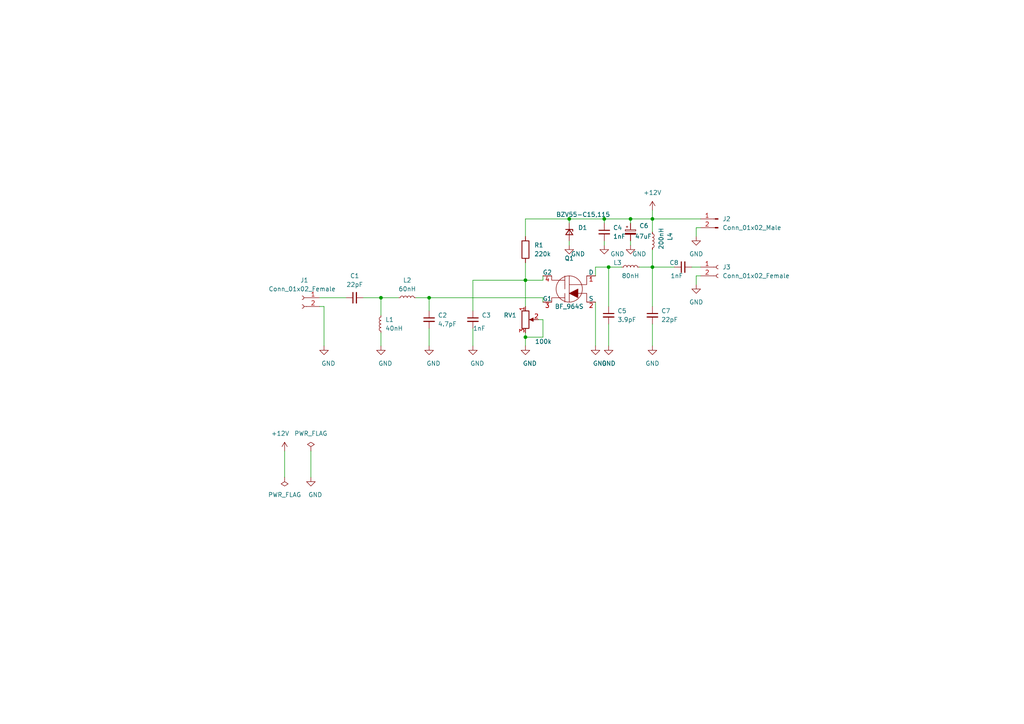
<source format=kicad_sch>
(kicad_sch (version 20211123) (generator eeschema)

  (uuid 5df1d574-4ca4-471a-801a-bb2b89833513)

  (paper "A4")

  (lib_symbols
    (symbol "Connector:Conn_01x02_Female" (pin_names (offset 1.016) hide) (in_bom yes) (on_board yes)
      (property "Reference" "J" (id 0) (at 0 2.54 0)
        (effects (font (size 1.27 1.27)))
      )
      (property "Value" "Conn_01x02_Female" (id 1) (at 0 -5.08 0)
        (effects (font (size 1.27 1.27)))
      )
      (property "Footprint" "" (id 2) (at 0 0 0)
        (effects (font (size 1.27 1.27)) hide)
      )
      (property "Datasheet" "~" (id 3) (at 0 0 0)
        (effects (font (size 1.27 1.27)) hide)
      )
      (property "ki_keywords" "connector" (id 4) (at 0 0 0)
        (effects (font (size 1.27 1.27)) hide)
      )
      (property "ki_description" "Generic connector, single row, 01x02, script generated (kicad-library-utils/schlib/autogen/connector/)" (id 5) (at 0 0 0)
        (effects (font (size 1.27 1.27)) hide)
      )
      (property "ki_fp_filters" "Connector*:*_1x??_*" (id 6) (at 0 0 0)
        (effects (font (size 1.27 1.27)) hide)
      )
      (symbol "Conn_01x02_Female_1_1"
        (arc (start 0 -2.032) (mid -0.508 -2.54) (end 0 -3.048)
          (stroke (width 0.1524) (type default) (color 0 0 0 0))
          (fill (type none))
        )
        (polyline
          (pts
            (xy -1.27 -2.54)
            (xy -0.508 -2.54)
          )
          (stroke (width 0.1524) (type default) (color 0 0 0 0))
          (fill (type none))
        )
        (polyline
          (pts
            (xy -1.27 0)
            (xy -0.508 0)
          )
          (stroke (width 0.1524) (type default) (color 0 0 0 0))
          (fill (type none))
        )
        (arc (start 0 0.508) (mid -0.508 0) (end 0 -0.508)
          (stroke (width 0.1524) (type default) (color 0 0 0 0))
          (fill (type none))
        )
        (pin passive line (at -5.08 0 0) (length 3.81)
          (name "Pin_1" (effects (font (size 1.27 1.27))))
          (number "1" (effects (font (size 1.27 1.27))))
        )
        (pin passive line (at -5.08 -2.54 0) (length 3.81)
          (name "Pin_2" (effects (font (size 1.27 1.27))))
          (number "2" (effects (font (size 1.27 1.27))))
        )
      )
    )
    (symbol "Connector:Conn_01x02_Male" (pin_names (offset 1.016) hide) (in_bom yes) (on_board yes)
      (property "Reference" "J" (id 0) (at 0 2.54 0)
        (effects (font (size 1.27 1.27)))
      )
      (property "Value" "Conn_01x02_Male" (id 1) (at 0 -5.08 0)
        (effects (font (size 1.27 1.27)))
      )
      (property "Footprint" "" (id 2) (at 0 0 0)
        (effects (font (size 1.27 1.27)) hide)
      )
      (property "Datasheet" "~" (id 3) (at 0 0 0)
        (effects (font (size 1.27 1.27)) hide)
      )
      (property "ki_keywords" "connector" (id 4) (at 0 0 0)
        (effects (font (size 1.27 1.27)) hide)
      )
      (property "ki_description" "Generic connector, single row, 01x02, script generated (kicad-library-utils/schlib/autogen/connector/)" (id 5) (at 0 0 0)
        (effects (font (size 1.27 1.27)) hide)
      )
      (property "ki_fp_filters" "Connector*:*_1x??_*" (id 6) (at 0 0 0)
        (effects (font (size 1.27 1.27)) hide)
      )
      (symbol "Conn_01x02_Male_1_1"
        (polyline
          (pts
            (xy 1.27 -2.54)
            (xy 0.8636 -2.54)
          )
          (stroke (width 0.1524) (type default) (color 0 0 0 0))
          (fill (type none))
        )
        (polyline
          (pts
            (xy 1.27 0)
            (xy 0.8636 0)
          )
          (stroke (width 0.1524) (type default) (color 0 0 0 0))
          (fill (type none))
        )
        (rectangle (start 0.8636 -2.413) (end 0 -2.667)
          (stroke (width 0.1524) (type default) (color 0 0 0 0))
          (fill (type outline))
        )
        (rectangle (start 0.8636 0.127) (end 0 -0.127)
          (stroke (width 0.1524) (type default) (color 0 0 0 0))
          (fill (type outline))
        )
        (pin passive line (at 5.08 0 180) (length 3.81)
          (name "Pin_1" (effects (font (size 1.27 1.27))))
          (number "1" (effects (font (size 1.27 1.27))))
        )
        (pin passive line (at 5.08 -2.54 180) (length 3.81)
          (name "Pin_2" (effects (font (size 1.27 1.27))))
          (number "2" (effects (font (size 1.27 1.27))))
        )
      )
    )
    (symbol "Device:C_Polarized_Small" (pin_numbers hide) (pin_names (offset 0.254) hide) (in_bom yes) (on_board yes)
      (property "Reference" "C" (id 0) (at 0.254 1.778 0)
        (effects (font (size 1.27 1.27)) (justify left))
      )
      (property "Value" "C_Polarized_Small" (id 1) (at 0.254 -2.032 0)
        (effects (font (size 1.27 1.27)) (justify left))
      )
      (property "Footprint" "" (id 2) (at 0 0 0)
        (effects (font (size 1.27 1.27)) hide)
      )
      (property "Datasheet" "~" (id 3) (at 0 0 0)
        (effects (font (size 1.27 1.27)) hide)
      )
      (property "ki_keywords" "cap capacitor" (id 4) (at 0 0 0)
        (effects (font (size 1.27 1.27)) hide)
      )
      (property "ki_description" "Polarized capacitor, small symbol" (id 5) (at 0 0 0)
        (effects (font (size 1.27 1.27)) hide)
      )
      (property "ki_fp_filters" "CP_*" (id 6) (at 0 0 0)
        (effects (font (size 1.27 1.27)) hide)
      )
      (symbol "C_Polarized_Small_0_1"
        (rectangle (start -1.524 -0.3048) (end 1.524 -0.6858)
          (stroke (width 0) (type default) (color 0 0 0 0))
          (fill (type outline))
        )
        (rectangle (start -1.524 0.6858) (end 1.524 0.3048)
          (stroke (width 0) (type default) (color 0 0 0 0))
          (fill (type none))
        )
        (polyline
          (pts
            (xy -1.27 1.524)
            (xy -0.762 1.524)
          )
          (stroke (width 0) (type default) (color 0 0 0 0))
          (fill (type none))
        )
        (polyline
          (pts
            (xy -1.016 1.27)
            (xy -1.016 1.778)
          )
          (stroke (width 0) (type default) (color 0 0 0 0))
          (fill (type none))
        )
      )
      (symbol "C_Polarized_Small_1_1"
        (pin passive line (at 0 2.54 270) (length 1.8542)
          (name "~" (effects (font (size 1.27 1.27))))
          (number "1" (effects (font (size 1.27 1.27))))
        )
        (pin passive line (at 0 -2.54 90) (length 1.8542)
          (name "~" (effects (font (size 1.27 1.27))))
          (number "2" (effects (font (size 1.27 1.27))))
        )
      )
    )
    (symbol "Device:C_Small" (pin_numbers hide) (pin_names (offset 0.254) hide) (in_bom yes) (on_board yes)
      (property "Reference" "C" (id 0) (at 0.254 1.778 0)
        (effects (font (size 1.27 1.27)) (justify left))
      )
      (property "Value" "C_Small" (id 1) (at 0.254 -2.032 0)
        (effects (font (size 1.27 1.27)) (justify left))
      )
      (property "Footprint" "" (id 2) (at 0 0 0)
        (effects (font (size 1.27 1.27)) hide)
      )
      (property "Datasheet" "~" (id 3) (at 0 0 0)
        (effects (font (size 1.27 1.27)) hide)
      )
      (property "ki_keywords" "capacitor cap" (id 4) (at 0 0 0)
        (effects (font (size 1.27 1.27)) hide)
      )
      (property "ki_description" "Unpolarized capacitor, small symbol" (id 5) (at 0 0 0)
        (effects (font (size 1.27 1.27)) hide)
      )
      (property "ki_fp_filters" "C_*" (id 6) (at 0 0 0)
        (effects (font (size 1.27 1.27)) hide)
      )
      (symbol "C_Small_0_1"
        (polyline
          (pts
            (xy -1.524 -0.508)
            (xy 1.524 -0.508)
          )
          (stroke (width 0.3302) (type default) (color 0 0 0 0))
          (fill (type none))
        )
        (polyline
          (pts
            (xy -1.524 0.508)
            (xy 1.524 0.508)
          )
          (stroke (width 0.3048) (type default) (color 0 0 0 0))
          (fill (type none))
        )
      )
      (symbol "C_Small_1_1"
        (pin passive line (at 0 2.54 270) (length 2.032)
          (name "~" (effects (font (size 1.27 1.27))))
          (number "1" (effects (font (size 1.27 1.27))))
        )
        (pin passive line (at 0 -2.54 90) (length 2.032)
          (name "~" (effects (font (size 1.27 1.27))))
          (number "2" (effects (font (size 1.27 1.27))))
        )
      )
    )
    (symbol "Device:D_Zener_Small" (pin_numbers hide) (pin_names (offset 0.254) hide) (in_bom yes) (on_board yes)
      (property "Reference" "D" (id 0) (at 0 2.286 0)
        (effects (font (size 1.27 1.27)))
      )
      (property "Value" "D_Zener_Small" (id 1) (at 0 -2.286 0)
        (effects (font (size 1.27 1.27)))
      )
      (property "Footprint" "" (id 2) (at 0 0 90)
        (effects (font (size 1.27 1.27)) hide)
      )
      (property "Datasheet" "~" (id 3) (at 0 0 90)
        (effects (font (size 1.27 1.27)) hide)
      )
      (property "ki_keywords" "diode" (id 4) (at 0 0 0)
        (effects (font (size 1.27 1.27)) hide)
      )
      (property "ki_description" "Zener diode, small symbol" (id 5) (at 0 0 0)
        (effects (font (size 1.27 1.27)) hide)
      )
      (property "ki_fp_filters" "TO-???* *_Diode_* *SingleDiode* D_*" (id 6) (at 0 0 0)
        (effects (font (size 1.27 1.27)) hide)
      )
      (symbol "D_Zener_Small_0_1"
        (polyline
          (pts
            (xy 0.762 0)
            (xy -0.762 0)
          )
          (stroke (width 0) (type default) (color 0 0 0 0))
          (fill (type none))
        )
        (polyline
          (pts
            (xy -0.254 1.016)
            (xy -0.762 1.016)
            (xy -0.762 -1.016)
          )
          (stroke (width 0.254) (type default) (color 0 0 0 0))
          (fill (type none))
        )
        (polyline
          (pts
            (xy 0.762 1.016)
            (xy -0.762 0)
            (xy 0.762 -1.016)
            (xy 0.762 1.016)
          )
          (stroke (width 0.254) (type default) (color 0 0 0 0))
          (fill (type none))
        )
      )
      (symbol "D_Zener_Small_1_1"
        (pin passive line (at -2.54 0 0) (length 1.778)
          (name "K" (effects (font (size 1.27 1.27))))
          (number "1" (effects (font (size 1.27 1.27))))
        )
        (pin passive line (at 2.54 0 180) (length 1.778)
          (name "A" (effects (font (size 1.27 1.27))))
          (number "2" (effects (font (size 1.27 1.27))))
        )
      )
    )
    (symbol "Device:L_Small" (pin_numbers hide) (pin_names (offset 0.254) hide) (in_bom yes) (on_board yes)
      (property "Reference" "L" (id 0) (at 0.762 1.016 0)
        (effects (font (size 1.27 1.27)) (justify left))
      )
      (property "Value" "L_Small" (id 1) (at 0.762 -1.016 0)
        (effects (font (size 1.27 1.27)) (justify left))
      )
      (property "Footprint" "" (id 2) (at 0 0 0)
        (effects (font (size 1.27 1.27)) hide)
      )
      (property "Datasheet" "~" (id 3) (at 0 0 0)
        (effects (font (size 1.27 1.27)) hide)
      )
      (property "ki_keywords" "inductor choke coil reactor magnetic" (id 4) (at 0 0 0)
        (effects (font (size 1.27 1.27)) hide)
      )
      (property "ki_description" "Inductor, small symbol" (id 5) (at 0 0 0)
        (effects (font (size 1.27 1.27)) hide)
      )
      (property "ki_fp_filters" "Choke_* *Coil* Inductor_* L_*" (id 6) (at 0 0 0)
        (effects (font (size 1.27 1.27)) hide)
      )
      (symbol "L_Small_0_1"
        (arc (start 0 -2.032) (mid 0.508 -1.524) (end 0 -1.016)
          (stroke (width 0) (type default) (color 0 0 0 0))
          (fill (type none))
        )
        (arc (start 0 -1.016) (mid 0.508 -0.508) (end 0 0)
          (stroke (width 0) (type default) (color 0 0 0 0))
          (fill (type none))
        )
        (arc (start 0 0) (mid 0.508 0.508) (end 0 1.016)
          (stroke (width 0) (type default) (color 0 0 0 0))
          (fill (type none))
        )
        (arc (start 0 1.016) (mid 0.508 1.524) (end 0 2.032)
          (stroke (width 0) (type default) (color 0 0 0 0))
          (fill (type none))
        )
      )
      (symbol "L_Small_1_1"
        (pin passive line (at 0 2.54 270) (length 0.508)
          (name "~" (effects (font (size 1.27 1.27))))
          (number "1" (effects (font (size 1.27 1.27))))
        )
        (pin passive line (at 0 -2.54 90) (length 0.508)
          (name "~" (effects (font (size 1.27 1.27))))
          (number "2" (effects (font (size 1.27 1.27))))
        )
      )
    )
    (symbol "Device:R" (pin_numbers hide) (pin_names (offset 0)) (in_bom yes) (on_board yes)
      (property "Reference" "R" (id 0) (at 2.032 0 90)
        (effects (font (size 1.27 1.27)))
      )
      (property "Value" "R" (id 1) (at 0 0 90)
        (effects (font (size 1.27 1.27)))
      )
      (property "Footprint" "" (id 2) (at -1.778 0 90)
        (effects (font (size 1.27 1.27)) hide)
      )
      (property "Datasheet" "~" (id 3) (at 0 0 0)
        (effects (font (size 1.27 1.27)) hide)
      )
      (property "ki_keywords" "R res resistor" (id 4) (at 0 0 0)
        (effects (font (size 1.27 1.27)) hide)
      )
      (property "ki_description" "Resistor" (id 5) (at 0 0 0)
        (effects (font (size 1.27 1.27)) hide)
      )
      (property "ki_fp_filters" "R_*" (id 6) (at 0 0 0)
        (effects (font (size 1.27 1.27)) hide)
      )
      (symbol "R_0_1"
        (rectangle (start -1.016 -2.54) (end 1.016 2.54)
          (stroke (width 0.254) (type default) (color 0 0 0 0))
          (fill (type none))
        )
      )
      (symbol "R_1_1"
        (pin passive line (at 0 3.81 270) (length 1.27)
          (name "~" (effects (font (size 1.27 1.27))))
          (number "1" (effects (font (size 1.27 1.27))))
        )
        (pin passive line (at 0 -3.81 90) (length 1.27)
          (name "~" (effects (font (size 1.27 1.27))))
          (number "2" (effects (font (size 1.27 1.27))))
        )
      )
    )
    (symbol "Device:R_Potentiometer" (pin_names (offset 1.016) hide) (in_bom yes) (on_board yes)
      (property "Reference" "RV" (id 0) (at -4.445 0 90)
        (effects (font (size 1.27 1.27)))
      )
      (property "Value" "R_Potentiometer" (id 1) (at -2.54 0 90)
        (effects (font (size 1.27 1.27)))
      )
      (property "Footprint" "" (id 2) (at 0 0 0)
        (effects (font (size 1.27 1.27)) hide)
      )
      (property "Datasheet" "~" (id 3) (at 0 0 0)
        (effects (font (size 1.27 1.27)) hide)
      )
      (property "ki_keywords" "resistor variable" (id 4) (at 0 0 0)
        (effects (font (size 1.27 1.27)) hide)
      )
      (property "ki_description" "Potentiometer" (id 5) (at 0 0 0)
        (effects (font (size 1.27 1.27)) hide)
      )
      (property "ki_fp_filters" "Potentiometer*" (id 6) (at 0 0 0)
        (effects (font (size 1.27 1.27)) hide)
      )
      (symbol "R_Potentiometer_0_1"
        (polyline
          (pts
            (xy 2.54 0)
            (xy 1.524 0)
          )
          (stroke (width 0) (type default) (color 0 0 0 0))
          (fill (type none))
        )
        (polyline
          (pts
            (xy 1.143 0)
            (xy 2.286 0.508)
            (xy 2.286 -0.508)
            (xy 1.143 0)
          )
          (stroke (width 0) (type default) (color 0 0 0 0))
          (fill (type outline))
        )
        (rectangle (start 1.016 2.54) (end -1.016 -2.54)
          (stroke (width 0.254) (type default) (color 0 0 0 0))
          (fill (type none))
        )
      )
      (symbol "R_Potentiometer_1_1"
        (pin passive line (at 0 3.81 270) (length 1.27)
          (name "1" (effects (font (size 1.27 1.27))))
          (number "1" (effects (font (size 1.27 1.27))))
        )
        (pin passive line (at 3.81 0 180) (length 1.27)
          (name "2" (effects (font (size 1.27 1.27))))
          (number "2" (effects (font (size 1.27 1.27))))
        )
        (pin passive line (at 0 -3.81 90) (length 1.27)
          (name "3" (effects (font (size 1.27 1.27))))
          (number "3" (effects (font (size 1.27 1.27))))
        )
      )
    )
    (symbol "Tranzystory w.cz.:BF_964S" (pin_names (offset 0)) (in_bom yes) (on_board yes)
      (property "Reference" "Q" (id 0) (at 6.35 -8.89 0)
        (effects (font (size 1.27 1.27)))
      )
      (property "Value" "BF_964S" (id 1) (at 0 10.16 0)
        (effects (font (size 1.27 1.27)))
      )
      (property "Footprint" "" (id 2) (at 0 0 0)
        (effects (font (size 1.27 1.27)))
      )
      (property "Datasheet" "" (id 3) (at 0 0 0)
        (effects (font (size 1.27 1.27)) hide)
      )
      (symbol "BF_964S_0_1"
        (polyline
          (pts
            (xy -1.27 -1.27)
            (xy -1.27 -3.81)
          )
          (stroke (width 0) (type default) (color 0 0 0 0))
          (fill (type none))
        )
        (polyline
          (pts
            (xy -1.27 0)
            (xy -1.27 1.27)
          )
          (stroke (width 0) (type default) (color 0 0 0 0))
          (fill (type none))
        )
        (polyline
          (pts
            (xy -1.27 3.81)
            (xy -1.27 1.27)
          )
          (stroke (width 0) (type default) (color 0 0 0 0))
          (fill (type none))
        )
        (polyline
          (pts
            (xy 0 3.81)
            (xy 0 -3.81)
          )
          (stroke (width 0) (type default) (color 0 0 0 0))
          (fill (type none))
        )
        (polyline
          (pts
            (xy -5.08 -3.81)
            (xy -5.08 -2.54)
            (xy -1.27 -2.54)
          )
          (stroke (width 0) (type default) (color 0 0 0 0))
          (fill (type none))
        )
        (polyline
          (pts
            (xy -5.08 3.81)
            (xy -5.08 2.54)
            (xy -1.27 2.54)
          )
          (stroke (width 0) (type default) (color 0 0 0 0))
          (fill (type none))
        )
        (polyline
          (pts
            (xy 0 -1.27)
            (xy 2.54 0)
            (xy 2.54 -2.54)
            (xy 0 -1.27)
          )
          (stroke (width 0) (type default) (color 0 0 0 0))
          (fill (type outline))
        )
        (polyline
          (pts
            (xy 0 1.27)
            (xy 5.08 1.27)
            (xy 5.08 3.81)
            (xy 5.08 3.81)
          )
          (stroke (width 0) (type default) (color 0 0 0 0))
          (fill (type none))
        )
        (polyline
          (pts
            (xy 2.54 -1.27)
            (xy 5.08 -1.27)
            (xy 5.08 -3.81)
            (xy 5.08 -3.81)
          )
          (stroke (width 0) (type default) (color 0 0 0 0))
          (fill (type none))
        )
        (circle (center 0 0) (radius 3.81)
          (stroke (width 0) (type default) (color 0 0 0 0))
          (fill (type none))
        )
      )
      (symbol "BF_964S_1_1"
        (pin input line (at 7.62 3.81 180) (length 2.54)
          (name "D" (effects (font (size 1.27 1.27))))
          (number "1" (effects (font (size 1.27 1.27))))
        )
        (pin input line (at 7.62 -3.81 180) (length 2.54)
          (name "S" (effects (font (size 1.27 1.27))))
          (number "2" (effects (font (size 1.27 1.27))))
        )
        (pin input line (at -7.62 -3.81 0) (length 2.54)
          (name "G1" (effects (font (size 1.27 1.27))))
          (number "3" (effects (font (size 1.27 1.27))))
        )
        (pin input line (at -7.62 3.81 0) (length 2.54)
          (name "G2" (effects (font (size 1.27 1.27))))
          (number "4" (effects (font (size 1.27 1.27))))
        )
      )
    )
    (symbol "power:+12V" (power) (pin_names (offset 0)) (in_bom yes) (on_board yes)
      (property "Reference" "#PWR" (id 0) (at 0 -3.81 0)
        (effects (font (size 1.27 1.27)) hide)
      )
      (property "Value" "+12V" (id 1) (at 0 3.556 0)
        (effects (font (size 1.27 1.27)))
      )
      (property "Footprint" "" (id 2) (at 0 0 0)
        (effects (font (size 1.27 1.27)) hide)
      )
      (property "Datasheet" "" (id 3) (at 0 0 0)
        (effects (font (size 1.27 1.27)) hide)
      )
      (property "ki_keywords" "power-flag" (id 4) (at 0 0 0)
        (effects (font (size 1.27 1.27)) hide)
      )
      (property "ki_description" "Power symbol creates a global label with name \"+12V\"" (id 5) (at 0 0 0)
        (effects (font (size 1.27 1.27)) hide)
      )
      (symbol "+12V_0_1"
        (polyline
          (pts
            (xy -0.762 1.27)
            (xy 0 2.54)
          )
          (stroke (width 0) (type default) (color 0 0 0 0))
          (fill (type none))
        )
        (polyline
          (pts
            (xy 0 0)
            (xy 0 2.54)
          )
          (stroke (width 0) (type default) (color 0 0 0 0))
          (fill (type none))
        )
        (polyline
          (pts
            (xy 0 2.54)
            (xy 0.762 1.27)
          )
          (stroke (width 0) (type default) (color 0 0 0 0))
          (fill (type none))
        )
      )
      (symbol "+12V_1_1"
        (pin power_in line (at 0 0 90) (length 0) hide
          (name "+12V" (effects (font (size 1.27 1.27))))
          (number "1" (effects (font (size 1.27 1.27))))
        )
      )
    )
    (symbol "power:GND" (power) (pin_names (offset 0)) (in_bom yes) (on_board yes)
      (property "Reference" "#PWR" (id 0) (at 0 -6.35 0)
        (effects (font (size 1.27 1.27)) hide)
      )
      (property "Value" "GND" (id 1) (at 0 -3.81 0)
        (effects (font (size 1.27 1.27)))
      )
      (property "Footprint" "" (id 2) (at 0 0 0)
        (effects (font (size 1.27 1.27)) hide)
      )
      (property "Datasheet" "" (id 3) (at 0 0 0)
        (effects (font (size 1.27 1.27)) hide)
      )
      (property "ki_keywords" "power-flag" (id 4) (at 0 0 0)
        (effects (font (size 1.27 1.27)) hide)
      )
      (property "ki_description" "Power symbol creates a global label with name \"GND\" , ground" (id 5) (at 0 0 0)
        (effects (font (size 1.27 1.27)) hide)
      )
      (symbol "GND_0_1"
        (polyline
          (pts
            (xy 0 0)
            (xy 0 -1.27)
            (xy 1.27 -1.27)
            (xy 0 -2.54)
            (xy -1.27 -1.27)
            (xy 0 -1.27)
          )
          (stroke (width 0) (type default) (color 0 0 0 0))
          (fill (type none))
        )
      )
      (symbol "GND_1_1"
        (pin power_in line (at 0 0 270) (length 0) hide
          (name "GND" (effects (font (size 1.27 1.27))))
          (number "1" (effects (font (size 1.27 1.27))))
        )
      )
    )
    (symbol "power:PWR_FLAG" (power) (pin_numbers hide) (pin_names (offset 0) hide) (in_bom yes) (on_board yes)
      (property "Reference" "#FLG" (id 0) (at 0 1.905 0)
        (effects (font (size 1.27 1.27)) hide)
      )
      (property "Value" "PWR_FLAG" (id 1) (at 0 3.81 0)
        (effects (font (size 1.27 1.27)))
      )
      (property "Footprint" "" (id 2) (at 0 0 0)
        (effects (font (size 1.27 1.27)) hide)
      )
      (property "Datasheet" "~" (id 3) (at 0 0 0)
        (effects (font (size 1.27 1.27)) hide)
      )
      (property "ki_keywords" "power-flag" (id 4) (at 0 0 0)
        (effects (font (size 1.27 1.27)) hide)
      )
      (property "ki_description" "Special symbol for telling ERC where power comes from" (id 5) (at 0 0 0)
        (effects (font (size 1.27 1.27)) hide)
      )
      (symbol "PWR_FLAG_0_0"
        (pin power_out line (at 0 0 90) (length 0)
          (name "pwr" (effects (font (size 1.27 1.27))))
          (number "1" (effects (font (size 1.27 1.27))))
        )
      )
      (symbol "PWR_FLAG_0_1"
        (polyline
          (pts
            (xy 0 0)
            (xy 0 1.27)
            (xy -1.016 1.905)
            (xy 0 2.54)
            (xy 1.016 1.905)
            (xy 0 1.27)
          )
          (stroke (width 0) (type default) (color 0 0 0 0))
          (fill (type none))
        )
      )
    )
  )

  (junction (at 152.4 97.79) (diameter 0) (color 0 0 0 0)
    (uuid 086cae51-9891-41f4-b716-2063551784ef)
  )
  (junction (at 189.23 77.47) (diameter 0) (color 0 0 0 0)
    (uuid 2efb3996-67b6-47f4-868c-904d2b56b7f8)
  )
  (junction (at 152.4 81.28) (diameter 0) (color 0 0 0 0)
    (uuid 7807b0c6-5091-4f3d-9363-0b79274786b0)
  )
  (junction (at 182.88 63.5) (diameter 0) (color 0 0 0 0)
    (uuid 790a19b0-516d-4651-b0b4-2f431397247f)
  )
  (junction (at 110.49 86.36) (diameter 0) (color 0 0 0 0)
    (uuid 7ed6c747-b2e1-4fcd-a83a-251e00b9c400)
  )
  (junction (at 175.26 63.5) (diameter 0) (color 0 0 0 0)
    (uuid b19b6cb2-1dcd-4bd7-9b24-4b717ad5e944)
  )
  (junction (at 176.53 77.47) (diameter 0) (color 0 0 0 0)
    (uuid bba25826-8d9e-4f6c-b1fb-0f7ae7eeadc6)
  )
  (junction (at 124.46 86.36) (diameter 0) (color 0 0 0 0)
    (uuid d4a466e6-8a1e-4638-ab95-eadf0a391ad3)
  )
  (junction (at 189.23 63.5) (diameter 0) (color 0 0 0 0)
    (uuid d4e95aa0-57e4-47b6-a6b2-4749d2491cdb)
  )
  (junction (at 165.1 63.5) (diameter 0) (color 0 0 0 0)
    (uuid f49665ae-fbc7-4b7f-a9b5-8cfef2850911)
  )

  (wire (pts (xy 156.21 92.71) (xy 157.48 92.71))
    (stroke (width 0) (type default) (color 0 0 0 0))
    (uuid 003ad17d-831b-4d0b-96cd-c4dc99e2314f)
  )
  (wire (pts (xy 176.53 88.9) (xy 176.53 77.47))
    (stroke (width 0) (type default) (color 0 0 0 0))
    (uuid 05a14597-8155-4f2f-a215-de004c39f54d)
  )
  (wire (pts (xy 176.53 93.98) (xy 176.53 100.33))
    (stroke (width 0) (type default) (color 0 0 0 0))
    (uuid 05fa7b1a-8ed3-4b32-82c0-6b7ad7df3417)
  )
  (wire (pts (xy 152.4 76.2) (xy 152.4 81.28))
    (stroke (width 0) (type default) (color 0 0 0 0))
    (uuid 0c0726bc-34f3-42e8-9a5f-0ffe16108e71)
  )
  (wire (pts (xy 201.93 66.04) (xy 203.2 66.04))
    (stroke (width 0) (type default) (color 0 0 0 0))
    (uuid 12a61f3b-c9a1-475a-b95a-228fd98d7166)
  )
  (wire (pts (xy 172.72 80.01) (xy 172.72 77.47))
    (stroke (width 0) (type default) (color 0 0 0 0))
    (uuid 19107b4a-1c81-4fda-b4cc-7e8943332771)
  )
  (wire (pts (xy 182.88 69.85) (xy 182.88 71.12))
    (stroke (width 0) (type default) (color 0 0 0 0))
    (uuid 19a5a40d-c31a-4b14-b306-06b0a763bddb)
  )
  (wire (pts (xy 90.17 130.81) (xy 90.17 138.43))
    (stroke (width 0) (type default) (color 0 0 0 0))
    (uuid 1af2914c-4be8-475a-8589-caf6b4c3e0ae)
  )
  (wire (pts (xy 137.16 95.25) (xy 137.16 100.33))
    (stroke (width 0) (type default) (color 0 0 0 0))
    (uuid 1cd3d1b4-e18e-4851-9980-bde55fb0c52d)
  )
  (wire (pts (xy 201.93 80.01) (xy 203.2 80.01))
    (stroke (width 0) (type default) (color 0 0 0 0))
    (uuid 21f7e9f1-0a4c-49be-a4ca-8c8253ab27e6)
  )
  (wire (pts (xy 189.23 77.47) (xy 189.23 88.9))
    (stroke (width 0) (type default) (color 0 0 0 0))
    (uuid 23b8c23a-2853-40c3-a53a-30fd914fa018)
  )
  (wire (pts (xy 124.46 95.25) (xy 124.46 100.33))
    (stroke (width 0) (type default) (color 0 0 0 0))
    (uuid 2a884ec1-8b99-4278-96d4-ba229cbf2441)
  )
  (wire (pts (xy 172.72 77.47) (xy 176.53 77.47))
    (stroke (width 0) (type default) (color 0 0 0 0))
    (uuid 2d592c00-d121-489e-9358-4a0b158703f4)
  )
  (wire (pts (xy 175.26 69.85) (xy 175.26 71.12))
    (stroke (width 0) (type default) (color 0 0 0 0))
    (uuid 306ab86b-fe51-4cc4-b4d0-913617d0e9a1)
  )
  (wire (pts (xy 189.23 77.47) (xy 185.42 77.47))
    (stroke (width 0) (type default) (color 0 0 0 0))
    (uuid 354cdb34-ab34-41da-ae5f-9e0e75256366)
  )
  (wire (pts (xy 157.48 80.01) (xy 157.48 81.28))
    (stroke (width 0) (type default) (color 0 0 0 0))
    (uuid 35769d6c-e651-4a5a-b4ff-0d70c06d9803)
  )
  (wire (pts (xy 137.16 90.17) (xy 137.16 81.28))
    (stroke (width 0) (type default) (color 0 0 0 0))
    (uuid 39f4a93e-a66f-49d9-9489-04177f4bdb50)
  )
  (wire (pts (xy 189.23 72.39) (xy 189.23 77.47))
    (stroke (width 0) (type default) (color 0 0 0 0))
    (uuid 3cbf0079-fd32-4253-a192-734de2b6823b)
  )
  (wire (pts (xy 189.23 63.5) (xy 203.2 63.5))
    (stroke (width 0) (type default) (color 0 0 0 0))
    (uuid 5830b252-f9bf-4c02-87b8-7eda50f7a6a1)
  )
  (wire (pts (xy 120.65 86.36) (xy 124.46 86.36))
    (stroke (width 0) (type default) (color 0 0 0 0))
    (uuid 5d7ba739-ec09-4eb2-88de-f93b63931246)
  )
  (wire (pts (xy 189.23 93.98) (xy 189.23 100.33))
    (stroke (width 0) (type default) (color 0 0 0 0))
    (uuid 5eb1f7ee-9a6a-4ec6-9280-6b1b89d7fdfb)
  )
  (wire (pts (xy 152.4 97.79) (xy 157.48 97.79))
    (stroke (width 0) (type default) (color 0 0 0 0))
    (uuid 79d5e4ae-1bbc-4f06-959e-391f5b194e0e)
  )
  (wire (pts (xy 189.23 67.31) (xy 189.23 63.5))
    (stroke (width 0) (type default) (color 0 0 0 0))
    (uuid 79e03ae3-04c1-4136-9d11-edbf8450c5e6)
  )
  (wire (pts (xy 82.55 130.81) (xy 82.55 138.43))
    (stroke (width 0) (type default) (color 0 0 0 0))
    (uuid 7c8e1fcd-d984-4f9d-ab1e-50f0418861b3)
  )
  (wire (pts (xy 110.49 86.36) (xy 115.57 86.36))
    (stroke (width 0) (type default) (color 0 0 0 0))
    (uuid 7cea92c9-9703-4eba-a1eb-fed08832ec20)
  )
  (wire (pts (xy 189.23 60.96) (xy 189.23 63.5))
    (stroke (width 0) (type default) (color 0 0 0 0))
    (uuid 8610c623-6e26-45d0-8346-2d01e6f540e2)
  )
  (wire (pts (xy 189.23 63.5) (xy 182.88 63.5))
    (stroke (width 0) (type default) (color 0 0 0 0))
    (uuid 86337d21-21ff-41d9-b410-84c294e6d4c7)
  )
  (wire (pts (xy 152.4 81.28) (xy 157.48 81.28))
    (stroke (width 0) (type default) (color 0 0 0 0))
    (uuid 89ef1cf6-a73d-4c50-90d3-6c27b7f0cb41)
  )
  (wire (pts (xy 152.4 81.28) (xy 152.4 88.9))
    (stroke (width 0) (type default) (color 0 0 0 0))
    (uuid 91aeb66b-3414-4567-889a-6c6508c65350)
  )
  (wire (pts (xy 201.93 82.55) (xy 201.93 80.01))
    (stroke (width 0) (type default) (color 0 0 0 0))
    (uuid 99a27256-a88a-4355-b453-612ad2615aaf)
  )
  (wire (pts (xy 200.66 77.47) (xy 203.2 77.47))
    (stroke (width 0) (type default) (color 0 0 0 0))
    (uuid 9a8828a5-2e2e-4063-b51c-f89d08e28152)
  )
  (wire (pts (xy 152.4 96.52) (xy 152.4 97.79))
    (stroke (width 0) (type default) (color 0 0 0 0))
    (uuid a15870b4-20f7-4f81-83ab-93da37c2d447)
  )
  (wire (pts (xy 201.93 68.58) (xy 201.93 66.04))
    (stroke (width 0) (type default) (color 0 0 0 0))
    (uuid a294cc83-b7a3-4d8e-8390-ecf01eed960d)
  )
  (wire (pts (xy 157.48 92.71) (xy 157.48 97.79))
    (stroke (width 0) (type default) (color 0 0 0 0))
    (uuid a4523af0-9cc4-4355-96d1-c401269d0754)
  )
  (wire (pts (xy 152.4 68.58) (xy 152.4 63.5))
    (stroke (width 0) (type default) (color 0 0 0 0))
    (uuid ace3622e-e556-4ebd-912d-6a59de5f178d)
  )
  (wire (pts (xy 124.46 86.36) (xy 157.48 86.36))
    (stroke (width 0) (type default) (color 0 0 0 0))
    (uuid af06ce4b-2df5-4288-9410-daa02c29db28)
  )
  (wire (pts (xy 172.72 87.63) (xy 172.72 100.33))
    (stroke (width 0) (type default) (color 0 0 0 0))
    (uuid b2359c18-9a84-49b9-8ab5-8f50e606ce31)
  )
  (wire (pts (xy 137.16 81.28) (xy 152.4 81.28))
    (stroke (width 0) (type default) (color 0 0 0 0))
    (uuid b4b3542d-81a0-443a-a057-e92e83e673be)
  )
  (wire (pts (xy 157.48 87.63) (xy 157.48 86.36))
    (stroke (width 0) (type default) (color 0 0 0 0))
    (uuid b4d10a6b-bc4b-444e-991b-58608af819e1)
  )
  (wire (pts (xy 152.4 63.5) (xy 165.1 63.5))
    (stroke (width 0) (type default) (color 0 0 0 0))
    (uuid b59d78d7-e90a-4bfd-aace-2e1a67ae3f8a)
  )
  (wire (pts (xy 182.88 63.5) (xy 182.88 64.77))
    (stroke (width 0) (type default) (color 0 0 0 0))
    (uuid baa88fca-098c-4fc0-9b12-9583d4b93589)
  )
  (wire (pts (xy 165.1 63.5) (xy 175.26 63.5))
    (stroke (width 0) (type default) (color 0 0 0 0))
    (uuid bb7e1885-8c5b-40e4-a514-27aa758ecfd2)
  )
  (wire (pts (xy 189.23 77.47) (xy 195.58 77.47))
    (stroke (width 0) (type default) (color 0 0 0 0))
    (uuid bbe51e1f-e697-4c04-8bf9-02c0c3c6731e)
  )
  (wire (pts (xy 182.88 63.5) (xy 175.26 63.5))
    (stroke (width 0) (type default) (color 0 0 0 0))
    (uuid be3c23a4-c711-4e7e-b832-1f8432ee1a89)
  )
  (wire (pts (xy 92.71 88.9) (xy 93.98 88.9))
    (stroke (width 0) (type default) (color 0 0 0 0))
    (uuid c9fd13d8-34fc-4eff-b8ce-cde6d5a9c87a)
  )
  (wire (pts (xy 110.49 96.52) (xy 110.49 100.33))
    (stroke (width 0) (type default) (color 0 0 0 0))
    (uuid db199a83-944d-41ec-bbed-2b8082a8e54e)
  )
  (wire (pts (xy 152.4 97.79) (xy 152.4 100.33))
    (stroke (width 0) (type default) (color 0 0 0 0))
    (uuid e09afd86-2143-4e84-8ea7-5c1a72bd1bca)
  )
  (wire (pts (xy 175.26 63.5) (xy 175.26 64.77))
    (stroke (width 0) (type default) (color 0 0 0 0))
    (uuid e9f190b0-025c-4d65-aa92-d0adf3a7e80c)
  )
  (wire (pts (xy 105.41 86.36) (xy 110.49 86.36))
    (stroke (width 0) (type default) (color 0 0 0 0))
    (uuid f1bf31f1-be51-4bf7-bd62-4c1691fb964a)
  )
  (wire (pts (xy 165.1 63.5) (xy 165.1 64.77))
    (stroke (width 0) (type default) (color 0 0 0 0))
    (uuid f7d1aafb-cad3-45ec-8cfb-85ffdf9aba98)
  )
  (wire (pts (xy 124.46 86.36) (xy 124.46 90.17))
    (stroke (width 0) (type default) (color 0 0 0 0))
    (uuid f8b0dcee-6bce-4fc3-b08f-85a62ef6ed48)
  )
  (wire (pts (xy 165.1 69.85) (xy 165.1 71.12))
    (stroke (width 0) (type default) (color 0 0 0 0))
    (uuid f90a51ff-416f-4eac-82ed-38c599a6ae3f)
  )
  (wire (pts (xy 93.98 88.9) (xy 93.98 100.33))
    (stroke (width 0) (type default) (color 0 0 0 0))
    (uuid f9bb99c7-ccda-4b6c-a116-fa3715af7191)
  )
  (wire (pts (xy 110.49 86.36) (xy 110.49 91.44))
    (stroke (width 0) (type default) (color 0 0 0 0))
    (uuid faad28a2-09fa-4ce9-a367-71b6860b94ed)
  )
  (wire (pts (xy 92.71 86.36) (xy 100.33 86.36))
    (stroke (width 0) (type default) (color 0 0 0 0))
    (uuid fd23d600-64d7-41d7-a114-849a5c445d5c)
  )
  (wire (pts (xy 176.53 77.47) (xy 180.34 77.47))
    (stroke (width 0) (type default) (color 0 0 0 0))
    (uuid ff4bc895-62b8-4a28-a60d-2b935f5d17d0)
  )

  (symbol (lib_id "power:GND") (at 182.88 71.12 0) (unit 1)
    (in_bom yes) (on_board yes)
    (uuid 033cb8a0-f785-4a7a-9124-745e0c035c18)
    (property "Reference" "#PWR012" (id 0) (at 182.88 77.47 0)
      (effects (font (size 1.27 1.27)) hide)
    )
    (property "Value" "GND" (id 1) (at 185.42 73.66 0))
    (property "Footprint" "" (id 2) (at 182.88 71.12 0)
      (effects (font (size 1.27 1.27)) hide)
    )
    (property "Datasheet" "" (id 3) (at 182.88 71.12 0)
      (effects (font (size 1.27 1.27)) hide)
    )
    (pin "1" (uuid 89dba8ed-6d52-4248-8ebf-04e6c6c88d41))
  )

  (symbol (lib_id "Device:C_Small") (at 198.12 77.47 90) (unit 1)
    (in_bom yes) (on_board yes)
    (uuid 06246b13-4cc5-4813-9e84-3092eaa4c6ff)
    (property "Reference" "C8" (id 0) (at 196.85 76.2 90)
      (effects (font (size 1.27 1.27)) (justify left))
    )
    (property "Value" "1nF" (id 1) (at 198.12 80.01 90)
      (effects (font (size 1.27 1.27)) (justify left))
    )
    (property "Footprint" "Capacitor_SMD:C_0805_2012Metric" (id 2) (at 198.12 77.47 0)
      (effects (font (size 1.27 1.27)) hide)
    )
    (property "Datasheet" "~" (id 3) (at 198.12 77.47 0)
      (effects (font (size 1.27 1.27)) hide)
    )
    (pin "1" (uuid aba21c1b-7164-4ac1-b852-2ab77931dfce))
    (pin "2" (uuid 8c334f51-6a0b-406c-9f2c-47b0eaeba7c1))
  )

  (symbol (lib_id "power:PWR_FLAG") (at 82.55 138.43 180) (unit 1)
    (in_bom yes) (on_board yes) (fields_autoplaced)
    (uuid 0a51dd9b-3906-4808-a2b6-49c2b3782c9a)
    (property "Reference" "#FLG01" (id 0) (at 82.55 140.335 0)
      (effects (font (size 1.27 1.27)) hide)
    )
    (property "Value" "PWR_FLAG" (id 1) (at 82.55 143.51 0))
    (property "Footprint" "" (id 2) (at 82.55 138.43 0)
      (effects (font (size 1.27 1.27)) hide)
    )
    (property "Datasheet" "~" (id 3) (at 82.55 138.43 0)
      (effects (font (size 1.27 1.27)) hide)
    )
    (pin "1" (uuid 76a70ff5-b708-4b9c-ba2f-bb11f1823490))
  )

  (symbol (lib_id "Device:C_Small") (at 189.23 91.44 0) (unit 1)
    (in_bom yes) (on_board yes) (fields_autoplaced)
    (uuid 0b95d5f8-be59-4aa4-9e3b-2ddb0751a97c)
    (property "Reference" "C7" (id 0) (at 191.77 90.1762 0)
      (effects (font (size 1.27 1.27)) (justify left))
    )
    (property "Value" "22pF" (id 1) (at 191.77 92.7162 0)
      (effects (font (size 1.27 1.27)) (justify left))
    )
    (property "Footprint" "Capacitor_SMD:C_0805_2012Metric" (id 2) (at 189.23 91.44 0)
      (effects (font (size 1.27 1.27)) hide)
    )
    (property "Datasheet" "~" (id 3) (at 189.23 91.44 0)
      (effects (font (size 1.27 1.27)) hide)
    )
    (pin "1" (uuid f0438862-6f0b-4bc2-aa8e-eb45642585c1))
    (pin "2" (uuid 35519fd5-08ff-4fab-91c9-037e2a0c1c90))
  )

  (symbol (lib_id "Device:L_Small") (at 189.23 69.85 0) (unit 1)
    (in_bom yes) (on_board yes)
    (uuid 0f2380dd-3d0c-4344-9111-056457fe100b)
    (property "Reference" "L4" (id 0) (at 194.31 69.85 90)
      (effects (font (size 1.27 1.27)) (justify left))
    )
    (property "Value" "200nH" (id 1) (at 191.77 72.39 90)
      (effects (font (size 1.27 1.27)) (justify left))
    )
    (property "Footprint" "Induktor_cewki:inductor_horizontal_4mm_11mm" (id 2) (at 189.23 69.85 0)
      (effects (font (size 1.27 1.27)) hide)
    )
    (property "Datasheet" "~" (id 3) (at 189.23 69.85 0)
      (effects (font (size 1.27 1.27)) hide)
    )
    (pin "1" (uuid 0bf360fe-d53b-4fba-8e46-9750b65ec503))
    (pin "2" (uuid fa5e550a-15ca-428e-9a28-8858ec4b8cc1))
  )

  (symbol (lib_id "Connector:Conn_01x02_Male") (at 208.28 63.5 0) (mirror y) (unit 1)
    (in_bom yes) (on_board yes) (fields_autoplaced)
    (uuid 1347a48f-a9f7-470c-893f-af03f52f8d81)
    (property "Reference" "J2" (id 0) (at 209.55 63.4999 0)
      (effects (font (size 1.27 1.27)) (justify right))
    )
    (property "Value" "Conn_01x02_Male" (id 1) (at 209.55 66.0399 0)
      (effects (font (size 1.27 1.27)) (justify right))
    )
    (property "Footprint" "Connector_JST:JST_PH_B2B-PH-K_1x02_P2.00mm_Vertical" (id 2) (at 208.28 63.5 0)
      (effects (font (size 1.27 1.27)) hide)
    )
    (property "Datasheet" "~" (id 3) (at 208.28 63.5 0)
      (effects (font (size 1.27 1.27)) hide)
    )
    (pin "1" (uuid 56fc397a-84b6-4638-aad1-83d58d79386e))
    (pin "2" (uuid cbd6cf0e-99e6-44bc-97bd-0952965c9140))
  )

  (symbol (lib_id "Device:C_Small") (at 176.53 91.44 0) (unit 1)
    (in_bom yes) (on_board yes) (fields_autoplaced)
    (uuid 160deb35-a0f6-4e92-8900-29c92dc5c1d8)
    (property "Reference" "C5" (id 0) (at 179.07 90.1762 0)
      (effects (font (size 1.27 1.27)) (justify left))
    )
    (property "Value" "3.9pF" (id 1) (at 179.07 92.7162 0)
      (effects (font (size 1.27 1.27)) (justify left))
    )
    (property "Footprint" "Capacitor_SMD:C_0805_2012Metric" (id 2) (at 176.53 91.44 0)
      (effects (font (size 1.27 1.27)) hide)
    )
    (property "Datasheet" "~" (id 3) (at 176.53 91.44 0)
      (effects (font (size 1.27 1.27)) hide)
    )
    (pin "1" (uuid a41c656b-c1d5-4600-8933-88a1e064dd0d))
    (pin "2" (uuid 6c40c0fe-1748-458d-bd29-8f24d16f7097))
  )

  (symbol (lib_id "power:GND") (at 124.46 100.33 0) (unit 1)
    (in_bom yes) (on_board yes)
    (uuid 18243035-4751-445a-8818-f87dcc6e150a)
    (property "Reference" "#PWR05" (id 0) (at 124.46 106.68 0)
      (effects (font (size 1.27 1.27)) hide)
    )
    (property "Value" "GND" (id 1) (at 125.73 105.41 0))
    (property "Footprint" "" (id 2) (at 124.46 100.33 0)
      (effects (font (size 1.27 1.27)) hide)
    )
    (property "Datasheet" "" (id 3) (at 124.46 100.33 0)
      (effects (font (size 1.27 1.27)) hide)
    )
    (pin "1" (uuid 9f7dbd4a-2bf2-4d43-a3ce-a0a9f7633e85))
  )

  (symbol (lib_id "Device:C_Small") (at 137.16 92.71 0) (unit 1)
    (in_bom yes) (on_board yes)
    (uuid 1e338d48-329f-4bcc-9503-54fc71796eff)
    (property "Reference" "C3" (id 0) (at 139.7 91.4462 0)
      (effects (font (size 1.27 1.27)) (justify left))
    )
    (property "Value" "1nF" (id 1) (at 137.16 95.25 0)
      (effects (font (size 1.27 1.27)) (justify left))
    )
    (property "Footprint" "Capacitor_SMD:C_0805_2012Metric" (id 2) (at 137.16 92.71 0)
      (effects (font (size 1.27 1.27)) hide)
    )
    (property "Datasheet" "~" (id 3) (at 137.16 92.71 0)
      (effects (font (size 1.27 1.27)) hide)
    )
    (pin "1" (uuid 82b0fb7d-5548-49c3-b3cc-d6b0947d4a74))
    (pin "2" (uuid 8c738627-4c1f-44d2-b911-7c712b768eb7))
  )

  (symbol (lib_id "Device:C_Small") (at 124.46 92.71 0) (unit 1)
    (in_bom yes) (on_board yes) (fields_autoplaced)
    (uuid 21329ce4-f53b-4757-a186-68e3ce22792c)
    (property "Reference" "C2" (id 0) (at 127 91.4462 0)
      (effects (font (size 1.27 1.27)) (justify left))
    )
    (property "Value" "4.7pF" (id 1) (at 127 93.9862 0)
      (effects (font (size 1.27 1.27)) (justify left))
    )
    (property "Footprint" "Capacitor_SMD:C_0805_2012Metric" (id 2) (at 124.46 92.71 0)
      (effects (font (size 1.27 1.27)) hide)
    )
    (property "Datasheet" "~" (id 3) (at 124.46 92.71 0)
      (effects (font (size 1.27 1.27)) hide)
    )
    (pin "1" (uuid b95cfbfd-3a54-4134-b7e5-41629bc2a09a))
    (pin "2" (uuid 4fc9de57-db53-4765-a283-4ab5d54b31ca))
  )

  (symbol (lib_id "power:GND") (at 165.1 71.12 0) (unit 1)
    (in_bom yes) (on_board yes)
    (uuid 30e6816a-934e-4ead-9b92-dcd91099f61d)
    (property "Reference" "#PWR08" (id 0) (at 165.1 77.47 0)
      (effects (font (size 1.27 1.27)) hide)
    )
    (property "Value" "GND" (id 1) (at 167.64 73.66 0))
    (property "Footprint" "" (id 2) (at 165.1 71.12 0)
      (effects (font (size 1.27 1.27)) hide)
    )
    (property "Datasheet" "" (id 3) (at 165.1 71.12 0)
      (effects (font (size 1.27 1.27)) hide)
    )
    (pin "1" (uuid 833632e3-89a5-48d8-98b6-547be90ad674))
  )

  (symbol (lib_id "Device:L_Small") (at 110.49 93.98 180) (unit 1)
    (in_bom yes) (on_board yes) (fields_autoplaced)
    (uuid 3688e7bc-20ca-4400-aef0-08fcb44e27f3)
    (property "Reference" "L1" (id 0) (at 111.76 92.7099 0)
      (effects (font (size 1.27 1.27)) (justify right))
    )
    (property "Value" "40nH" (id 1) (at 111.76 95.2499 0)
      (effects (font (size 1.27 1.27)) (justify right))
    )
    (property "Footprint" "Induktor_cewki:inductor_horizontal_6mm_5.5" (id 2) (at 110.49 93.98 0)
      (effects (font (size 1.27 1.27)) hide)
    )
    (property "Datasheet" "~" (id 3) (at 110.49 93.98 0)
      (effects (font (size 1.27 1.27)) hide)
    )
    (pin "1" (uuid 9685dfb3-079c-44b1-b353-b4be89013d60))
    (pin "2" (uuid 24485594-06f1-4f4f-813a-edf2c9ea9d9c))
  )

  (symbol (lib_id "power:GND") (at 172.72 100.33 0) (unit 1)
    (in_bom yes) (on_board yes)
    (uuid 39d923a3-b0d2-4d5a-a6a0-2b7be3deae1a)
    (property "Reference" "#PWR09" (id 0) (at 172.72 106.68 0)
      (effects (font (size 1.27 1.27)) hide)
    )
    (property "Value" "GND" (id 1) (at 173.99 105.41 0))
    (property "Footprint" "" (id 2) (at 172.72 100.33 0)
      (effects (font (size 1.27 1.27)) hide)
    )
    (property "Datasheet" "" (id 3) (at 172.72 100.33 0)
      (effects (font (size 1.27 1.27)) hide)
    )
    (pin "1" (uuid 6951e00b-3d43-4e07-a569-ed8cfb5a2610))
  )

  (symbol (lib_id "power:+12V") (at 189.23 60.96 0) (unit 1)
    (in_bom yes) (on_board yes) (fields_autoplaced)
    (uuid 3c5f9d0f-421a-4a95-82bb-a1d8b812a4c6)
    (property "Reference" "#PWR013" (id 0) (at 189.23 64.77 0)
      (effects (font (size 1.27 1.27)) hide)
    )
    (property "Value" "+12V" (id 1) (at 189.23 55.88 0))
    (property "Footprint" "" (id 2) (at 189.23 60.96 0)
      (effects (font (size 1.27 1.27)) hide)
    )
    (property "Datasheet" "" (id 3) (at 189.23 60.96 0)
      (effects (font (size 1.27 1.27)) hide)
    )
    (pin "1" (uuid af8379f6-aca4-4c68-88d2-144d961c43cd))
  )

  (symbol (lib_id "Device:R") (at 152.4 72.39 0) (unit 1)
    (in_bom yes) (on_board yes) (fields_autoplaced)
    (uuid 519c04a5-b809-4083-bdcb-581e5798f389)
    (property "Reference" "R1" (id 0) (at 154.94 71.1199 0)
      (effects (font (size 1.27 1.27)) (justify left))
    )
    (property "Value" "220k" (id 1) (at 154.94 73.6599 0)
      (effects (font (size 1.27 1.27)) (justify left))
    )
    (property "Footprint" "Resistor_SMD:R_0805_2012Metric" (id 2) (at 150.622 72.39 90)
      (effects (font (size 1.27 1.27)) hide)
    )
    (property "Datasheet" "~" (id 3) (at 152.4 72.39 0)
      (effects (font (size 1.27 1.27)) hide)
    )
    (pin "1" (uuid a94c856f-aa13-433f-9f44-bd4724bec9ed))
    (pin "2" (uuid f8824121-5c2e-4d31-8731-4a8b3bb87bbc))
  )

  (symbol (lib_id "Device:C_Polarized_Small") (at 182.88 67.31 0) (unit 1)
    (in_bom yes) (on_board yes)
    (uuid 546148dc-8a5c-4178-ace4-1d6889891417)
    (property "Reference" "C6" (id 0) (at 185.42 65.4938 0)
      (effects (font (size 1.27 1.27)) (justify left))
    )
    (property "Value" "47uF" (id 1) (at 184.15 68.58 0)
      (effects (font (size 1.27 1.27)) (justify left))
    )
    (property "Footprint" "Capacitor_SMD:CP_Elec_6.3x5.9" (id 2) (at 182.88 67.31 0)
      (effects (font (size 1.27 1.27)) hide)
    )
    (property "Datasheet" "~" (id 3) (at 182.88 67.31 0)
      (effects (font (size 1.27 1.27)) hide)
    )
    (pin "1" (uuid 131f8ef3-4ce9-4a79-b966-2078febcf498))
    (pin "2" (uuid fc2d10b5-de6a-4e08-b5c4-9b7dbfc09f9e))
  )

  (symbol (lib_id "power:GND") (at 110.49 100.33 0) (unit 1)
    (in_bom yes) (on_board yes)
    (uuid 5bbd11fe-5f00-4df8-b47a-cfb88b4fa049)
    (property "Reference" "#PWR04" (id 0) (at 110.49 106.68 0)
      (effects (font (size 1.27 1.27)) hide)
    )
    (property "Value" "GND" (id 1) (at 111.76 105.41 0))
    (property "Footprint" "" (id 2) (at 110.49 100.33 0)
      (effects (font (size 1.27 1.27)) hide)
    )
    (property "Datasheet" "" (id 3) (at 110.49 100.33 0)
      (effects (font (size 1.27 1.27)) hide)
    )
    (pin "1" (uuid 76228c87-6eaf-40df-b82d-cd476ff79bab))
  )

  (symbol (lib_id "power:GND") (at 201.93 68.58 0) (unit 1)
    (in_bom yes) (on_board yes) (fields_autoplaced)
    (uuid 5d39eaa6-1063-496d-94bf-38c228872342)
    (property "Reference" "#PWR015" (id 0) (at 201.93 74.93 0)
      (effects (font (size 1.27 1.27)) hide)
    )
    (property "Value" "GND" (id 1) (at 201.93 73.66 0))
    (property "Footprint" "" (id 2) (at 201.93 68.58 0)
      (effects (font (size 1.27 1.27)) hide)
    )
    (property "Datasheet" "" (id 3) (at 201.93 68.58 0)
      (effects (font (size 1.27 1.27)) hide)
    )
    (pin "1" (uuid 8da24d4e-7dc6-4522-ac07-504b8e25e6eb))
  )

  (symbol (lib_id "Device:C_Small") (at 102.87 86.36 90) (unit 1)
    (in_bom yes) (on_board yes) (fields_autoplaced)
    (uuid 6887f346-34fb-47be-9aca-e3608346da89)
    (property "Reference" "C1" (id 0) (at 102.8763 80.01 90))
    (property "Value" "22pF" (id 1) (at 102.8763 82.55 90))
    (property "Footprint" "Capacitor_SMD:C_0805_2012Metric" (id 2) (at 102.87 86.36 0)
      (effects (font (size 1.27 1.27)) hide)
    )
    (property "Datasheet" "~" (id 3) (at 102.87 86.36 0)
      (effects (font (size 1.27 1.27)) hide)
    )
    (pin "1" (uuid 7fa0dac8-3c7a-41e3-abec-5a25513b953e))
    (pin "2" (uuid 89418c64-83aa-43cf-af96-a0ed16e8498f))
  )

  (symbol (lib_id "Device:D_Zener_Small") (at 165.1 67.31 270) (unit 1)
    (in_bom yes) (on_board yes)
    (uuid 6c024c95-51fb-487b-814f-0e8912890c7e)
    (property "Reference" "D1" (id 0) (at 167.64 66.0399 90)
      (effects (font (size 1.27 1.27)) (justify left))
    )
    (property "Value" "BZV55-C15,115" (id 1) (at 161.29 62.23 90)
      (effects (font (size 1.27 1.27)) (justify left))
    )
    (property "Footprint" "Diode_SMD:D_MiniMELF" (id 2) (at 165.1 67.31 90)
      (effects (font (size 1.27 1.27)) hide)
    )
    (property "Datasheet" "~" (id 3) (at 165.1 67.31 90)
      (effects (font (size 1.27 1.27)) hide)
    )
    (pin "1" (uuid be38f05b-751e-404a-94cf-568c58838c13))
    (pin "2" (uuid 7eb94617-5480-430e-a7f8-6949d726c747))
  )

  (symbol (lib_id "power:GND") (at 93.98 100.33 0) (unit 1)
    (in_bom yes) (on_board yes)
    (uuid 7db5d8f0-a910-4752-a005-fa209f1abdec)
    (property "Reference" "#PWR03" (id 0) (at 93.98 106.68 0)
      (effects (font (size 1.27 1.27)) hide)
    )
    (property "Value" "GND" (id 1) (at 95.25 105.41 0))
    (property "Footprint" "" (id 2) (at 93.98 100.33 0)
      (effects (font (size 1.27 1.27)) hide)
    )
    (property "Datasheet" "" (id 3) (at 93.98 100.33 0)
      (effects (font (size 1.27 1.27)) hide)
    )
    (pin "1" (uuid 86359855-82b9-4b88-b24d-0cce9e35d2ed))
  )

  (symbol (lib_id "Connector:Conn_01x02_Female") (at 208.28 77.47 0) (unit 1)
    (in_bom yes) (on_board yes) (fields_autoplaced)
    (uuid 8656927c-d21a-4c21-bbce-59fe9fc6c17c)
    (property "Reference" "J3" (id 0) (at 209.55 77.4699 0)
      (effects (font (size 1.27 1.27)) (justify left))
    )
    (property "Value" "Conn_01x02_Female" (id 1) (at 209.55 80.0099 0)
      (effects (font (size 1.27 1.27)) (justify left))
    )
    (property "Footprint" "Connector_Coaxial:SMA_Amphenol_132203-12_Horizontal" (id 2) (at 208.28 77.47 0)
      (effects (font (size 1.27 1.27)) hide)
    )
    (property "Datasheet" "~" (id 3) (at 208.28 77.47 0)
      (effects (font (size 1.27 1.27)) hide)
    )
    (pin "1" (uuid 051bc363-fba1-444e-8503-a4b387f3616c))
    (pin "2" (uuid 7a1bfc36-ef05-4214-80d9-db7f491573ae))
  )

  (symbol (lib_id "power:GND") (at 137.16 100.33 0) (unit 1)
    (in_bom yes) (on_board yes)
    (uuid 8f97d945-610e-4294-8734-ed76e417b74a)
    (property "Reference" "#PWR06" (id 0) (at 137.16 106.68 0)
      (effects (font (size 1.27 1.27)) hide)
    )
    (property "Value" "GND" (id 1) (at 138.43 105.41 0))
    (property "Footprint" "" (id 2) (at 137.16 100.33 0)
      (effects (font (size 1.27 1.27)) hide)
    )
    (property "Datasheet" "" (id 3) (at 137.16 100.33 0)
      (effects (font (size 1.27 1.27)) hide)
    )
    (pin "1" (uuid b428b46e-6bb2-4218-88bb-f65b402ba084))
  )

  (symbol (lib_id "power:+12V") (at 82.55 130.81 0) (unit 1)
    (in_bom yes) (on_board yes)
    (uuid 9e4d6234-d287-46a7-833e-1086cbe33e30)
    (property "Reference" "#PWR01" (id 0) (at 82.55 134.62 0)
      (effects (font (size 1.27 1.27)) hide)
    )
    (property "Value" "+12V" (id 1) (at 81.28 125.73 0))
    (property "Footprint" "" (id 2) (at 82.55 130.81 0)
      (effects (font (size 1.27 1.27)) hide)
    )
    (property "Datasheet" "" (id 3) (at 82.55 130.81 0)
      (effects (font (size 1.27 1.27)) hide)
    )
    (pin "1" (uuid 7816bf3c-78ac-4d86-8419-8f9745c22f9d))
  )

  (symbol (lib_id "power:PWR_FLAG") (at 90.17 130.81 0) (unit 1)
    (in_bom yes) (on_board yes) (fields_autoplaced)
    (uuid a0f97c88-a377-4734-bf9e-5236e5048cb7)
    (property "Reference" "#FLG02" (id 0) (at 90.17 128.905 0)
      (effects (font (size 1.27 1.27)) hide)
    )
    (property "Value" "PWR_FLAG" (id 1) (at 90.17 125.73 0))
    (property "Footprint" "" (id 2) (at 90.17 130.81 0)
      (effects (font (size 1.27 1.27)) hide)
    )
    (property "Datasheet" "~" (id 3) (at 90.17 130.81 0)
      (effects (font (size 1.27 1.27)) hide)
    )
    (pin "1" (uuid ee202a96-96ee-464e-a148-4b76788af37e))
  )

  (symbol (lib_id "power:GND") (at 201.93 82.55 0) (unit 1)
    (in_bom yes) (on_board yes) (fields_autoplaced)
    (uuid a587fbd2-119d-431c-964c-d65c1fee09ba)
    (property "Reference" "#PWR016" (id 0) (at 201.93 88.9 0)
      (effects (font (size 1.27 1.27)) hide)
    )
    (property "Value" "GND" (id 1) (at 201.93 87.63 0))
    (property "Footprint" "" (id 2) (at 201.93 82.55 0)
      (effects (font (size 1.27 1.27)) hide)
    )
    (property "Datasheet" "" (id 3) (at 201.93 82.55 0)
      (effects (font (size 1.27 1.27)) hide)
    )
    (pin "1" (uuid 7982b0aa-ef8e-47f9-a2a9-295924d921de))
  )

  (symbol (lib_id "power:GND") (at 152.4 100.33 0) (unit 1)
    (in_bom yes) (on_board yes)
    (uuid a76336ab-532c-408d-8b31-294993bffb9b)
    (property "Reference" "#PWR07" (id 0) (at 152.4 106.68 0)
      (effects (font (size 1.27 1.27)) hide)
    )
    (property "Value" "GND" (id 1) (at 153.67 105.41 0))
    (property "Footprint" "" (id 2) (at 152.4 100.33 0)
      (effects (font (size 1.27 1.27)) hide)
    )
    (property "Datasheet" "" (id 3) (at 152.4 100.33 0)
      (effects (font (size 1.27 1.27)) hide)
    )
    (pin "1" (uuid 8b6a3786-a85d-466b-bca1-67385267d6f5))
  )

  (symbol (lib_id "Tranzystory w.cz.:BF_964S") (at 165.1 83.82 0) (unit 1)
    (in_bom yes) (on_board yes)
    (uuid b3478abf-cd41-462c-ae65-ac1d61dfad85)
    (property "Reference" "Q1" (id 0) (at 165.1 74.93 0))
    (property "Value" "BF_964S" (id 1) (at 165.1 88.9 0))
    (property "Footprint" "Package_SMT_TO:TO-50_Long_Pad_SMT" (id 2) (at 165.1 88.9 0)
      (effects (font (size 1.27 1.27)) hide)
    )
    (property "Datasheet" "" (id 3) (at 165.1 83.82 0)
      (effects (font (size 1.27 1.27)) hide)
    )
    (pin "1" (uuid 83efbda2-2c36-4dd4-99d1-70e3363b777e))
    (pin "2" (uuid 80f40237-dbb7-46ec-8225-f8fe9a9621c6))
    (pin "3" (uuid 448fc1fb-389c-4133-be8c-255c71b85d6c))
    (pin "4" (uuid 9ff7aca3-9ddf-43bd-8459-91b7687b971d))
  )

  (symbol (lib_id "Connector:Conn_01x02_Female") (at 87.63 86.36 0) (mirror y) (unit 1)
    (in_bom yes) (on_board yes)
    (uuid c5e565c1-0842-4bfc-851a-fbd402286348)
    (property "Reference" "J1" (id 0) (at 88.265 81.28 0))
    (property "Value" "Conn_01x02_Female" (id 1) (at 87.63 83.82 0))
    (property "Footprint" "Connector_Coaxial:SMA_Amphenol_132203-12_Horizontal" (id 2) (at 87.63 86.36 0)
      (effects (font (size 1.27 1.27)) hide)
    )
    (property "Datasheet" "~" (id 3) (at 87.63 86.36 0)
      (effects (font (size 1.27 1.27)) hide)
    )
    (pin "1" (uuid 24235b8f-6a6a-4b6a-9ea7-d1902865a5fc))
    (pin "2" (uuid fa113599-7f96-408a-8974-e29046fc38ba))
  )

  (symbol (lib_id "power:GND") (at 189.23 100.33 0) (unit 1)
    (in_bom yes) (on_board yes) (fields_autoplaced)
    (uuid d04609a5-dda0-4859-95b5-7b9c98ee48d6)
    (property "Reference" "#PWR014" (id 0) (at 189.23 106.68 0)
      (effects (font (size 1.27 1.27)) hide)
    )
    (property "Value" "GND" (id 1) (at 189.23 105.41 0))
    (property "Footprint" "" (id 2) (at 189.23 100.33 0)
      (effects (font (size 1.27 1.27)) hide)
    )
    (property "Datasheet" "" (id 3) (at 189.23 100.33 0)
      (effects (font (size 1.27 1.27)) hide)
    )
    (pin "1" (uuid e98b420c-006d-4677-8a40-42adba797a66))
  )

  (symbol (lib_id "power:GND") (at 176.53 100.33 0) (unit 1)
    (in_bom yes) (on_board yes) (fields_autoplaced)
    (uuid d31f952d-21f4-46fe-988d-d75bf089ad89)
    (property "Reference" "#PWR011" (id 0) (at 176.53 106.68 0)
      (effects (font (size 1.27 1.27)) hide)
    )
    (property "Value" "GND" (id 1) (at 176.53 105.41 0))
    (property "Footprint" "" (id 2) (at 176.53 100.33 0)
      (effects (font (size 1.27 1.27)) hide)
    )
    (property "Datasheet" "" (id 3) (at 176.53 100.33 0)
      (effects (font (size 1.27 1.27)) hide)
    )
    (pin "1" (uuid 78587941-bbc8-41f9-93f2-5562c8f4496d))
  )

  (symbol (lib_id "Device:R_Potentiometer") (at 152.4 92.71 0) (unit 1)
    (in_bom yes) (on_board yes)
    (uuid da0518d1-a4a1-4d96-a115-d0b555fd0563)
    (property "Reference" "RV1" (id 0) (at 149.86 91.4399 0)
      (effects (font (size 1.27 1.27)) (justify right))
    )
    (property "Value" "100k" (id 1) (at 160.02 99.06 0)
      (effects (font (size 1.27 1.27)) (justify right))
    )
    (property "Footprint" "Potentiometer_SMD:Potentiometer_Bourns_3314J_Vertical" (id 2) (at 152.4 92.71 0)
      (effects (font (size 1.27 1.27)) hide)
    )
    (property "Datasheet" "~" (id 3) (at 152.4 92.71 0)
      (effects (font (size 1.27 1.27)) hide)
    )
    (pin "1" (uuid 8edd53b2-4877-4a5b-b217-9b3c553b9301))
    (pin "2" (uuid 22e6b722-f353-48a3-8b94-904b9f7c9138))
    (pin "3" (uuid 22bf7020-c313-444e-b812-8d62167db083))
  )

  (symbol (lib_id "Device:C_Small") (at 175.26 67.31 0) (unit 1)
    (in_bom yes) (on_board yes) (fields_autoplaced)
    (uuid ecb1077d-c343-42c9-9672-52914a1f9f16)
    (property "Reference" "C4" (id 0) (at 177.8 66.0462 0)
      (effects (font (size 1.27 1.27)) (justify left))
    )
    (property "Value" "1nF" (id 1) (at 177.8 68.5862 0)
      (effects (font (size 1.27 1.27)) (justify left))
    )
    (property "Footprint" "Capacitor_SMD:C_0805_2012Metric" (id 2) (at 175.26 67.31 0)
      (effects (font (size 1.27 1.27)) hide)
    )
    (property "Datasheet" "~" (id 3) (at 175.26 67.31 0)
      (effects (font (size 1.27 1.27)) hide)
    )
    (pin "1" (uuid 502baeba-5eb0-4abb-aa89-c5aa74a6ea7f))
    (pin "2" (uuid 561ecb3f-ead7-4771-b6c0-d34cd21c92d3))
  )

  (symbol (lib_id "power:GND") (at 90.17 138.43 0) (unit 1)
    (in_bom yes) (on_board yes)
    (uuid f0565a46-1cb7-47ed-968c-18708859f551)
    (property "Reference" "#PWR02" (id 0) (at 90.17 144.78 0)
      (effects (font (size 1.27 1.27)) hide)
    )
    (property "Value" "GND" (id 1) (at 91.44 143.51 0))
    (property "Footprint" "" (id 2) (at 90.17 138.43 0)
      (effects (font (size 1.27 1.27)) hide)
    )
    (property "Datasheet" "" (id 3) (at 90.17 138.43 0)
      (effects (font (size 1.27 1.27)) hide)
    )
    (pin "1" (uuid 4f926a51-5226-43cc-9957-25202b8286cb))
  )

  (symbol (lib_id "power:GND") (at 175.26 71.12 0) (unit 1)
    (in_bom yes) (on_board yes)
    (uuid fd350e29-c281-44e5-a505-56f7267dc7c1)
    (property "Reference" "#PWR010" (id 0) (at 175.26 77.47 0)
      (effects (font (size 1.27 1.27)) hide)
    )
    (property "Value" "GND" (id 1) (at 179.07 73.66 0))
    (property "Footprint" "" (id 2) (at 175.26 71.12 0)
      (effects (font (size 1.27 1.27)) hide)
    )
    (property "Datasheet" "" (id 3) (at 175.26 71.12 0)
      (effects (font (size 1.27 1.27)) hide)
    )
    (pin "1" (uuid 5a58d39a-2ec3-4ef0-abec-6ec66d1cf4f2))
  )

  (symbol (lib_id "Device:L_Small") (at 182.88 77.47 90) (unit 1)
    (in_bom yes) (on_board yes)
    (uuid ff8c2871-7c9b-4de3-baec-30db09fd1a6f)
    (property "Reference" "L3" (id 0) (at 180.34 76.2 90)
      (effects (font (size 1.27 1.27)) (justify left))
    )
    (property "Value" "80nH" (id 1) (at 185.42 80.01 90)
      (effects (font (size 1.27 1.27)) (justify left))
    )
    (property "Footprint" "Induktor_cewki:inductor_horizontal_6mm_8mm" (id 2) (at 182.88 77.47 0)
      (effects (font (size 1.27 1.27)) hide)
    )
    (property "Datasheet" "~" (id 3) (at 182.88 77.47 0)
      (effects (font (size 1.27 1.27)) hide)
    )
    (pin "1" (uuid ae93933d-bd7e-4401-b9d9-e5d7ebc1523c))
    (pin "2" (uuid 9e8cf55f-aa42-463b-a91a-de04527fe165))
  )

  (symbol (lib_id "Device:L_Small") (at 118.11 86.36 90) (unit 1)
    (in_bom yes) (on_board yes) (fields_autoplaced)
    (uuid ff9989c6-7a02-4da9-9a30-c5fc15f960c5)
    (property "Reference" "L2" (id 0) (at 118.11 81.28 90))
    (property "Value" "60nH" (id 1) (at 118.11 83.82 90))
    (property "Footprint" "Induktor_cewki:inductor_horizontal_6mm_6.4mm" (id 2) (at 118.11 86.36 0)
      (effects (font (size 1.27 1.27)) hide)
    )
    (property "Datasheet" "~" (id 3) (at 118.11 86.36 0)
      (effects (font (size 1.27 1.27)) hide)
    )
    (pin "1" (uuid 5740f5f1-37d4-456c-875e-9ebb35ecd00c))
    (pin "2" (uuid 1e3639f5-e7e3-4694-9294-3921c4c3d8d8))
  )

  (sheet_instances
    (path "/" (page "1"))
  )

  (symbol_instances
    (path "/0a51dd9b-3906-4808-a2b6-49c2b3782c9a"
      (reference "#FLG01") (unit 1) (value "PWR_FLAG") (footprint "")
    )
    (path "/a0f97c88-a377-4734-bf9e-5236e5048cb7"
      (reference "#FLG02") (unit 1) (value "PWR_FLAG") (footprint "")
    )
    (path "/9e4d6234-d287-46a7-833e-1086cbe33e30"
      (reference "#PWR01") (unit 1) (value "+12V") (footprint "")
    )
    (path "/f0565a46-1cb7-47ed-968c-18708859f551"
      (reference "#PWR02") (unit 1) (value "GND") (footprint "")
    )
    (path "/7db5d8f0-a910-4752-a005-fa209f1abdec"
      (reference "#PWR03") (unit 1) (value "GND") (footprint "")
    )
    (path "/5bbd11fe-5f00-4df8-b47a-cfb88b4fa049"
      (reference "#PWR04") (unit 1) (value "GND") (footprint "")
    )
    (path "/18243035-4751-445a-8818-f87dcc6e150a"
      (reference "#PWR05") (unit 1) (value "GND") (footprint "")
    )
    (path "/8f97d945-610e-4294-8734-ed76e417b74a"
      (reference "#PWR06") (unit 1) (value "GND") (footprint "")
    )
    (path "/a76336ab-532c-408d-8b31-294993bffb9b"
      (reference "#PWR07") (unit 1) (value "GND") (footprint "")
    )
    (path "/30e6816a-934e-4ead-9b92-dcd91099f61d"
      (reference "#PWR08") (unit 1) (value "GND") (footprint "")
    )
    (path "/39d923a3-b0d2-4d5a-a6a0-2b7be3deae1a"
      (reference "#PWR09") (unit 1) (value "GND") (footprint "")
    )
    (path "/fd350e29-c281-44e5-a505-56f7267dc7c1"
      (reference "#PWR010") (unit 1) (value "GND") (footprint "")
    )
    (path "/d31f952d-21f4-46fe-988d-d75bf089ad89"
      (reference "#PWR011") (unit 1) (value "GND") (footprint "")
    )
    (path "/033cb8a0-f785-4a7a-9124-745e0c035c18"
      (reference "#PWR012") (unit 1) (value "GND") (footprint "")
    )
    (path "/3c5f9d0f-421a-4a95-82bb-a1d8b812a4c6"
      (reference "#PWR013") (unit 1) (value "+12V") (footprint "")
    )
    (path "/d04609a5-dda0-4859-95b5-7b9c98ee48d6"
      (reference "#PWR014") (unit 1) (value "GND") (footprint "")
    )
    (path "/5d39eaa6-1063-496d-94bf-38c228872342"
      (reference "#PWR015") (unit 1) (value "GND") (footprint "")
    )
    (path "/a587fbd2-119d-431c-964c-d65c1fee09ba"
      (reference "#PWR016") (unit 1) (value "GND") (footprint "")
    )
    (path "/6887f346-34fb-47be-9aca-e3608346da89"
      (reference "C1") (unit 1) (value "22pF") (footprint "Capacitor_SMD:C_0805_2012Metric")
    )
    (path "/21329ce4-f53b-4757-a186-68e3ce22792c"
      (reference "C2") (unit 1) (value "4.7pF") (footprint "Capacitor_SMD:C_0805_2012Metric")
    )
    (path "/1e338d48-329f-4bcc-9503-54fc71796eff"
      (reference "C3") (unit 1) (value "1nF") (footprint "Capacitor_SMD:C_0805_2012Metric")
    )
    (path "/ecb1077d-c343-42c9-9672-52914a1f9f16"
      (reference "C4") (unit 1) (value "1nF") (footprint "Capacitor_SMD:C_0805_2012Metric")
    )
    (path "/160deb35-a0f6-4e92-8900-29c92dc5c1d8"
      (reference "C5") (unit 1) (value "3.9pF") (footprint "Capacitor_SMD:C_0805_2012Metric")
    )
    (path "/546148dc-8a5c-4178-ace4-1d6889891417"
      (reference "C6") (unit 1) (value "47uF") (footprint "Capacitor_SMD:CP_Elec_6.3x5.9")
    )
    (path "/0b95d5f8-be59-4aa4-9e3b-2ddb0751a97c"
      (reference "C7") (unit 1) (value "22pF") (footprint "Capacitor_SMD:C_0805_2012Metric")
    )
    (path "/06246b13-4cc5-4813-9e84-3092eaa4c6ff"
      (reference "C8") (unit 1) (value "1nF") (footprint "Capacitor_SMD:C_0805_2012Metric")
    )
    (path "/6c024c95-51fb-487b-814f-0e8912890c7e"
      (reference "D1") (unit 1) (value "BZV55-C15,115") (footprint "Diode_SMD:D_MiniMELF")
    )
    (path "/c5e565c1-0842-4bfc-851a-fbd402286348"
      (reference "J1") (unit 1) (value "Conn_01x02_Female") (footprint "Connector_Coaxial:SMA_Amphenol_132203-12_Horizontal")
    )
    (path "/1347a48f-a9f7-470c-893f-af03f52f8d81"
      (reference "J2") (unit 1) (value "Conn_01x02_Male") (footprint "Connector_JST:JST_PH_B2B-PH-K_1x02_P2.00mm_Vertical")
    )
    (path "/8656927c-d21a-4c21-bbce-59fe9fc6c17c"
      (reference "J3") (unit 1) (value "Conn_01x02_Female") (footprint "Connector_Coaxial:SMA_Amphenol_132203-12_Horizontal")
    )
    (path "/3688e7bc-20ca-4400-aef0-08fcb44e27f3"
      (reference "L1") (unit 1) (value "40nH") (footprint "Induktor_cewki:inductor_horizontal_6mm_5.5")
    )
    (path "/ff9989c6-7a02-4da9-9a30-c5fc15f960c5"
      (reference "L2") (unit 1) (value "60nH") (footprint "Induktor_cewki:inductor_horizontal_6mm_6.4mm")
    )
    (path "/ff8c2871-7c9b-4de3-baec-30db09fd1a6f"
      (reference "L3") (unit 1) (value "80nH") (footprint "Induktor_cewki:inductor_horizontal_6mm_8mm")
    )
    (path "/0f2380dd-3d0c-4344-9111-056457fe100b"
      (reference "L4") (unit 1) (value "200nH") (footprint "Induktor_cewki:inductor_horizontal_4mm_11mm")
    )
    (path "/b3478abf-cd41-462c-ae65-ac1d61dfad85"
      (reference "Q1") (unit 1) (value "BF_964S") (footprint "Package_SMT_TO:TO-50_Long_Pad_SMT")
    )
    (path "/519c04a5-b809-4083-bdcb-581e5798f389"
      (reference "R1") (unit 1) (value "220k") (footprint "Resistor_SMD:R_0805_2012Metric")
    )
    (path "/da0518d1-a4a1-4d96-a115-d0b555fd0563"
      (reference "RV1") (unit 1) (value "100k") (footprint "Potentiometer_SMD:Potentiometer_Bourns_3314J_Vertical")
    )
  )
)

</source>
